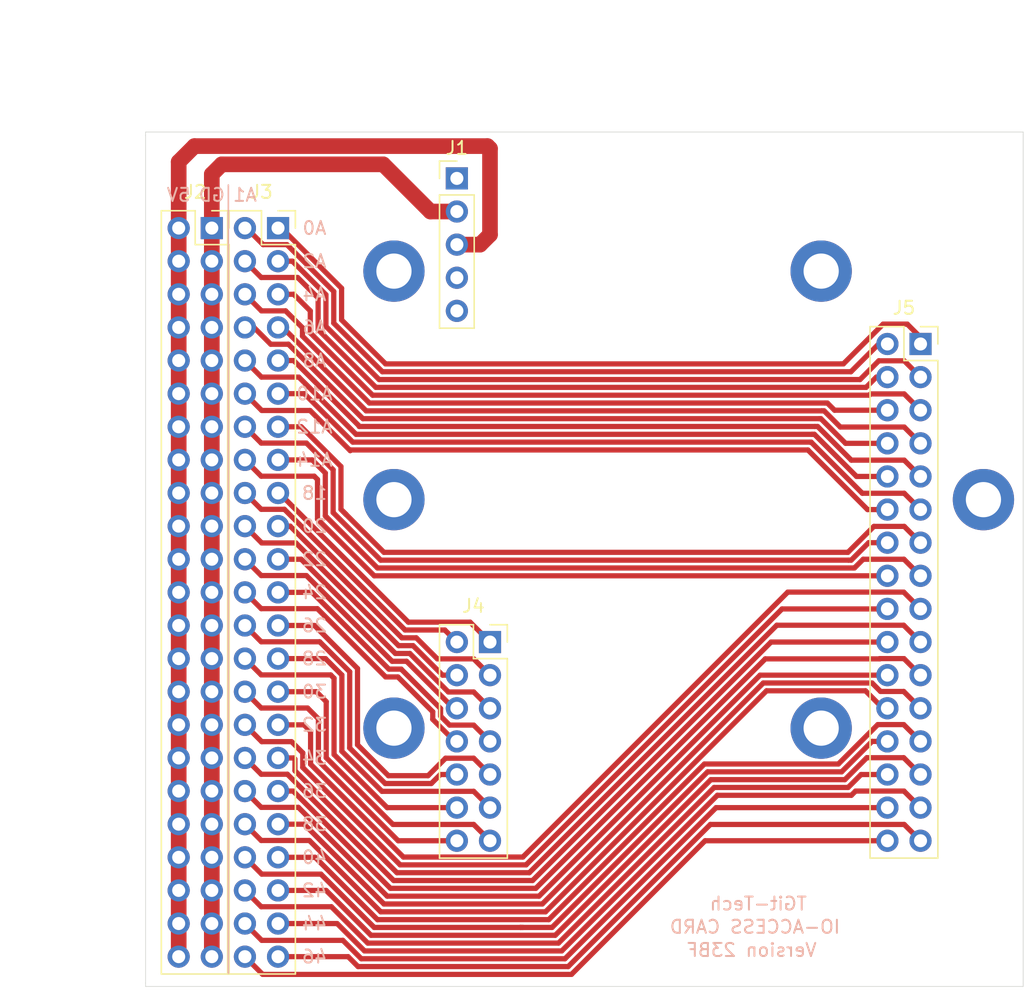
<source format=kicad_pcb>
(kicad_pcb (version 20221018) (generator pcbnew)
  (layers (0 "F.Cu" signal) (31 "B.Cu" signal) (34 "B.Paste" user) (35 "F.Paste" user) (36 "B.SilkS" user "B.Silkscreen") (37 "F.SilkS" user "F.Silkscreen") (38 "B.Mask" user) (39 "F.Mask" user) (44 "Edge.Cuts" user))
  (net 0 "")
  (net 1 "/D45")
  (net 2 "/D33")
  (net 3 "/A13")
  (net 4 "/A11")
  (net 5 "/A9")
  (net 6 "/A7")
  (net 7 "/A5")
  (net 8 "/A3")
  (net 9 "/GND")
  (net 10 "/5V")
  (net 11 "/A0")
  (net 12 "/A1")
  (net 13 "/A2")
  (net 14 "/A4")
  (net 15 "/A6")
  (net 16 "/A8")
  (net 17 "/A10")
  (net 18 "/A12")
  (net 19 "/A14")
  (net 20 "/A15")
  (net 21 "/D32")
  (net 22 "/D34")
  (net 23 "/D35")
  (net 24 "/D36")
  (net 25 "/D37")
  (net 26 "/D38")
  (net 27 "/D39")
  (net 28 "Net-(J1-Pad1)")
  (net 29 "Net-(J1-Pad4)")
  (net 30 "Net-(J1-Pad5)")
  (net 31 "/D31")
  (net 32 "/D30")
  (net 33 "/D29")
  (net 34 "/D28")
  (net 35 "/D27")
  (net 36 "/D26")
  (net 37 "/D25")
  (net 38 "/D24")
  (net 39 "/D23")
  (net 40 "/D22")
  (net 41 "/D21")
  (net 42 "/D20")
  (net 43 "/D19")
  (net 44 "/D18")
  (net 45 "/D47")
  (net 46 "/D46")
  (net 47 "/D44")
  (net 48 "/D43")
  (net 49 "/D42")
  (net 50 "/D41")
  (net 51 "/D40")
  (footprint "MountingHole:MountingHole_2.7mm_M2.5_DIN965_Pad" (layer "F.Cu") (at 130.81 74.676)
    (fp_text reference "REF**" hide)
    (fp_text value "BR")
  )
  (footprint "Connector_PinHeader_2.54mm:PinHeader_1x05_P2.54mm_Vertical" (layer "F.Cu") (at 135.636 32.512)
    (fp_text reference "J1")
    (fp_text value "Conn_01x05")
  )
  (footprint "Connector_PinSocket_2.54mm:PinSocket_2x16_P2.54mm_Vertical" (layer "F.Cu") (at 171.196 45.212)
    (fp_text reference "J5")
    (fp_text value "Conn_02x16_Odd_Even")
  )
  (footprint "Connector_PinSocket_2.54mm:PinSocket_2x23_P2.54mm_Vertical" (layer "F.Cu") (at 121.92 36.322)
    (fp_text reference "J3")
    (fp_text value "Conn_02x23_Odd_Even")
  )
  (footprint "Connector_PinSocket_2.54mm:PinSocket_2x23_P2.54mm_Vertical" (layer "F.Cu") (at 116.84 36.322)
    (fp_text reference "J2")
    (fp_text value "Conn_02x23_Odd_Even")
  )
  (footprint "Connector_PinSocket_2.54mm:PinSocket_2x07_P2.54mm_Vertical" (layer "F.Cu") (at 138.176 68.072)
    (fp_text reference "J4")
    (fp_text value "Conn_02x07_Odd_Even")
  )
  (footprint "MountingHole:MountingHole_2.7mm_M2.5_DIN965_Pad" (layer "F.Cu") (at 130.81 57.15)
    (fp_text reference "REF**" hide)
    (fp_text value "BR")
  )
  (footprint "MountingHole:MountingHole_2.7mm_M2.5_DIN965_Pad" (layer "F.Cu") (at 130.81 39.624)
    (fp_text reference "REF**" hide)
    (fp_text value "BR")
  )
  (footprint "MountingHole:MountingHole_2.7mm_M2.5_DIN965_Pad" (layer "F.Cu") (at 163.576 74.676)
    (fp_text reference "REF**" hide)
    (fp_text value "BR")
  )
  (footprint "MountingHole:MountingHole_2.7mm_M2.5_DIN965_Pad" (layer "F.Cu") (at 176.022 57.15)
    (fp_text reference "REF**" hide)
    (fp_text value "BR")
  )
  (footprint "MountingHole:MountingHole_2.7mm_M2.5_DIN965_Pad" (layer "F.Cu") (at 163.576 39.624)
    (fp_text reference "REF**" hide)
    (fp_text value "BR")
  )
  (gr_line (start 118.11 33.02) (end 118.11 93.472) (stroke (width 0.12)) (layer "B.SilkS"))
  (gr_line (start 111.76 28.956) (end 179.07 28.956) (stroke (width 0.05)) (layer "Edge.Cuts"))
  (gr_line (start 111.76 94.488) (end 179.07 94.488) (stroke (width 0.05)) (layer "Edge.Cuts"))
  (gr_line (start 111.76 29.21) (end 111.76 28.956) (stroke (width 0.05)) (layer "Edge.Cuts"))
  (gr_line (start 111.76 29.21) (end 111.76 94.234) (stroke (width 0.05)) (layer "Edge.Cuts"))
  (gr_line (start 179.07 28.956) (end 179.07 94.488) (stroke (width 0.05)) (layer "Edge.Cuts"))
  (gr_line (start 111.76 94.234) (end 111.76 94.488) (stroke (width 0.05)) (layer "Edge.Cuts"))
  (gr_text "5V" (at 114.3 33.782) (layer "B.SilkS") (effects (font (size 1 1)) (justify mirror)))
  (gr_text "TGit-Tech" (at 158.75 88.138) (layer "B.SilkS") (effects (font (size 1 1)) (justify mirror)))
  (gr_text "34" (at 124.714 76.962) (layer "B.SilkS") (effects (font (size 1 1)) (justify mirror)))
  (gr_text "26" (at 124.714 66.802) (layer "B.SilkS") (effects (font (size 1 1)) (justify mirror)))
  (gr_text "Version 23BF" (at 158.242 91.694) (layer "B.SilkS") (effects (font (size 1 1)) (justify mirror)))
  (gr_text "20" (at 124.714 59.182) (layer "B.SilkS") (effects (font (size 1 1)) (justify mirror)))
  (gr_text "42" (at 124.714 87.122) (layer "B.SilkS") (effects (font (size 1 1)) (justify mirror)))
  (gr_text "A14" (at 124.714 54.102) (layer "B.SilkS") (effects (font (size 1 1)) (justify mirror)))
  (gr_text "GD" (at 116.84 33.782) (layer "B.SilkS") (effects (font (size 1 1)) (justify mirror)))
  (gr_text "36" (at 124.714 79.502) (layer "B.SilkS") (effects (font (size 1 1)) (justify mirror)))
  (gr_text "A2" (at 124.714 38.862) (layer "B.SilkS") (effects (font (size 1 1)) (justify mirror)))
  (gr_text "28" (at 124.714 69.342) (layer "B.SilkS") (effects (font (size 1 1)) (justify mirror)))
  (gr_text "IO-ACCESS CARD" (at 158.496 89.916) (layer "B.SilkS") (effects (font (size 1 1)) (justify mirror)))
  (gr_text "A4" (at 124.714 41.402) (layer "B.SilkS") (effects (font (size 1 1)) (justify mirror)))
  (gr_text "30" (at 124.714 71.882) (layer "B.SilkS") (effects (font (size 1 1)) (justify mirror)))
  (gr_text "A12" (at 124.714 51.562) (layer "B.SilkS") (effects (font (size 1 1)) (justify mirror)))
  (gr_text "A0" (at 124.714 36.322) (layer "B.SilkS") (effects (font (size 1 1)) (justify mirror)))
  (gr_text "40" (at 124.714 84.582) (layer "B.SilkS") (effects (font (size 1 1)) (justify mirror)))
  (gr_text "32" (at 124.714 74.422) (layer "B.SilkS") (effects (font (size 1 1)) (justify mirror)))
  (gr_text "A8" (at 124.714 46.482) (layer "B.SilkS") (effects (font (size 1 1)) (justify mirror)))
  (gr_text "38" (at 124.714 82.042) (layer "B.SilkS") (effects (font (size 1 1)) (justify mirror)))
  (gr_text "44" (at 124.714 89.662) (layer "B.SilkS") (effects (font (size 1 1)) (justify mirror)))
  (gr_text "18" (at 124.714 56.642) (layer "B.SilkS") (effects (font (size 1 1)) (justify mirror)))
  (gr_text "46" (at 124.714 92.202) (layer "B.SilkS") (effects (font (size 1 1)) (justify mirror)))
  (gr_text "A1" (at 119.38 33.782) (layer "B.SilkS") (effects (font (size 1 1)) (justify mirror)))
  (gr_text "24" (at 124.714 64.262) (layer "B.SilkS") (effects (font (size 1 1)) (justify mirror)))
  (gr_text "22" (at 124.714 61.722) (layer "B.SilkS") (effects (font (size 1 1)) (justify mirror)))
  (gr_text "A6" (at 124.714 43.942) (layer "B.SilkS") (effects (font (size 1 1)) (justify mirror)))
  (gr_text "A10" (at 124.714 49.022) (layer "B.SilkS") (effects (font (size 1 1)) (justify mirror)))
  (segment (start 126.893699 90.951999) (end 120.669999 90.951999) (width 0.4) (layer "F.Cu") (net 1))
  (segment (start 128.303831 92.362131) (end 126.893699 90.951999) (width 0.4) (layer "F.Cu") (net 1))
  (segment (start 120.669999 90.951999) (end 119.38 89.662) (width 0.4) (layer "F.Cu") (net 1))
  (segment (start 143.926917 92.362131) (end 128.303831 92.362131) (width 0.4) (layer "F.Cu") (net 1))
  (segment (start 155.517048 80.772) (end 168.656 80.772) (width 0.4) (layer "F.Cu") (net 1))
  (segment (start 155.517048 80.772) (end 143.926917 92.362131) (width 0.4) (layer "F.Cu") (net 1))
  (segment (start 140.944533 85.162011) (end 131.286215 85.162011) (width 0.4) (layer "F.Cu") (net 2))
  (segment (start 131.286215 85.162011) (end 123.815937 77.691733) (width 0.4) (layer "F.Cu") (net 2))
  (segment (start 122.955999 75.711999) (end 120.669999 75.711999) (width 0.4) (layer "F.Cu") (net 2))
  (segment (start 160.574544 65.532) (end 140.944533 85.162011) (width 0.4) (layer "F.Cu") (net 2))
  (segment (start 123.815936 76.571936) (end 122.955999 75.711999) (width 0.4) (layer "F.Cu") (net 2))
  (segment (start 160.574544 65.532) (end 168.656 65.532) (width 0.4) (layer "F.Cu") (net 2))
  (segment (start 120.669999 75.711999) (end 119.38 74.422) (width 0.4) (layer "F.Cu") (net 2))
  (segment (start 123.815937 77.691733) (end 123.815936 76.571936) (width 0.4) (layer "F.Cu") (net 2))
  (segment (start 126.14599 58.143654) (end 126.203168 58.200832) (width 0.4) (layer "F.Cu") (net 3))
  (segment (start 165.878562 61.79198) (end 165.67798 61.79198) (width 0.4) (layer "F.Cu") (net 3))
  (segment (start 119.38 51.562) (end 120.630001 52.812001) (width 0.4) (layer "F.Cu") (net 3))
  (segment (start 124.099459 52.812001) (end 126.14599 54.858532) (width 0.4) (layer "F.Cu") (net 3))
  (segment (start 167.218542 60.452) (end 165.878562 61.79198) (width 0.4) (layer "F.Cu") (net 3))
  (segment (start 169.164 60.452) (end 168.656 60.452) (width 0.4) (layer "F.Cu") (net 3))
  (segment (start 129.794316 61.79198) (end 126.203168 58.200832) (width 0.4) (layer "F.Cu") (net 3))
  (segment (start 120.630001 52.812001) (end 124.099459 52.812001) (width 0.4) (layer "F.Cu") (net 3))
  (segment (start 165.67798 61.79198) (end 129.794316 61.79198) (width 0.4) (layer "F.Cu") (net 3))
  (segment (start 168.656 60.452) (end 167.218542 60.452) (width 0.4) (layer "F.Cu") (net 3))
  (segment (start 126.14599 54.858532) (end 126.14599 58.143654) (width 0.4) (layer "F.Cu") (net 3))
  (segment (start 167.132 57.912) (end 162.56 53.34) (width 0.4) (layer "F.Cu") (net 4))
  (segment (start 127.508 53.34) (end 162.56 53.34) (width 0.4) (layer "F.Cu") (net 4))
  (segment (start 124.376579 50.311999) (end 127.45629 53.39171) (width 0.4) (layer "F.Cu") (net 4))
  (segment (start 127.45629 53.39171) (end 127.508 53.34) (width 0.4) (layer "F.Cu") (net 4))
  (segment (start 119.38 49.022) (end 120.669999 50.311999) (width 0.4) (layer "F.Cu") (net 4))
  (segment (start 120.669999 50.311999) (end 124.376579 50.311999) (width 0.4) (layer "F.Cu") (net 4))
  (segment (start 168.823458 57.912) (end 169.164 57.912) (width 0.4) (layer "F.Cu") (net 4))
  (segment (start 168.656 57.912) (end 167.132 57.912) (width 0.4) (layer "F.Cu") (net 4))
  (segment (start 123.513664 47.752) (end 120.65 47.752) (width 0.4) (layer "F.Cu") (net 5))
  (segment (start 166.289084 55.372) (end 163.057064 52.13998) (width 0.4) (layer "F.Cu") (net 5))
  (segment (start 169.164 55.372) (end 169.164 55.118) (width 0.4) (layer "F.Cu") (net 5))
  (segment (start 168.656 55.372) (end 166.289084 55.372) (width 0.4) (layer "F.Cu") (net 5))
  (segment (start 120.65 47.752) (end 119.38 46.482) (width 0.4) (layer "F.Cu") (net 5))
  (segment (start 162.88398 52.13998) (end 127.901644 52.13998) (width 0.4) (layer "F.Cu") (net 5))
  (segment (start 163.057064 52.13998) (end 162.88398 52.13998) (width 0.4) (layer "F.Cu") (net 5))
  (segment (start 127.901644 52.13998) (end 123.513664 47.752) (width 0.4) (layer "F.Cu") (net 5))
  (segment (start 120.069998 43.942) (end 121.359997 45.231999) (width 0.4) (layer "F.Cu") (net 6))
  (segment (start 122.720622 45.231999) (end 122.701999 45.231999) (width 0.4) (layer "F.Cu") (net 6))
  (segment (start 165.446168 52.832) (end 163.554128 50.93996) (width 0.4) (layer "F.Cu") (net 6))
  (segment (start 121.359997 45.231999) (end 122.701999 45.231999) (width 0.4) (layer "F.Cu") (net 6))
  (segment (start 119.38 43.942) (end 120.069998 43.942) (width 0.4) (layer "F.Cu") (net 6))
  (segment (start 169.164 52.832) (end 168.494168 52.832) (width 0.4) (layer "F.Cu") (net 6))
  (segment (start 163.554128 50.93996) (end 163.43604 50.93996) (width 0.4) (layer "F.Cu") (net 6))
  (segment (start 128.428583 50.93996) (end 122.720622 45.231999) (width 0.4) (layer "F.Cu") (net 6))
  (segment (start 168.656 52.832) (end 165.446168 52.832) (width 0.4) (layer "F.Cu") (net 6))
  (segment (start 163.43604 50.93996) (end 128.428583 50.93996) (width 0.4) (layer "F.Cu") (net 6))
  (segment (start 123.793853 44.608146) (end 123.793853 43.965851) (width 0.4) (layer "F.Cu") (net 7))
  (segment (start 164.051192 49.73994) (end 163.87406 49.73994) (width 0.4) (layer "F.Cu") (net 7))
  (segment (start 123.793853 43.965851) (end 122.500002 42.672) (width 0.4) (layer "F.Cu") (net 7))
  (segment (start 120.65 42.672) (end 119.38 41.402) (width 0.4) (layer "F.Cu") (net 7))
  (segment (start 163.87406 49.73994) (end 128.925647 49.73994) (width 0.4) (layer "F.Cu") (net 7))
  (segment (start 168.656 50.292) (end 164.603252 50.292) (width 0.4) (layer "F.Cu") (net 7))
  (segment (start 122.500002 42.672) (end 120.65 42.672) (width 0.4) (layer "F.Cu") (net 7))
  (segment (start 128.925647 49.73994) (end 123.793853 44.608146) (width 0.4) (layer "F.Cu") (net 7))
  (segment (start 164.603252 50.292) (end 164.051192 49.73994) (width 0.4) (layer "F.Cu") (net 7))
  (segment (start 123.424001 40.112001) (end 120.630001 40.112001) (width 0.4) (layer "F.Cu") (net 8))
  (segment (start 168.656 47.752) (end 167.807458 47.752) (width 0.4) (layer "F.Cu") (net 8))
  (segment (start 129.422711 48.53992) (end 124.993873 44.111082) (width 0.4) (layer "F.Cu") (net 8))
  (segment (start 167.807458 47.752) (end 167.019538 48.53992) (width 0.4) (layer "F.Cu") (net 8))
  (segment (start 120.630001 40.112001) (end 119.38 38.862) (width 0.4) (layer "F.Cu") (net 8))
  (segment (start 124.993873 41.681873) (end 123.424001 40.112001) (width 0.4) (layer "F.Cu") (net 8))
  (segment (start 167.019538 48.53992) (end 129.422711 48.53992) (width 0.4) (layer "F.Cu") (net 8))
  (segment (start 124.993873 44.111082) (end 124.993873 41.681873) (width 0.4) (layer "F.Cu") (net 8))
  (segment (start 116.84 66.802) (end 116.84 69.342) (width 1.2) (layer "F.Cu") (net 9))
  (segment (start 116.84 41.402) (end 116.84 43.942) (width 1.2) (layer "F.Cu") (net 9))
  (segment (start 116.84 69.342) (end 116.84 71.882) (width 1.2) (layer "F.Cu") (net 9))
  (segment (start 116.84 56.642) (end 116.84 59.182) (width 1.2) (layer "F.Cu") (net 9))
  (segment (start 129.98702 31.43502) (end 133.604 35.052) (width 1.2) (layer "F.Cu") (net 9))
  (segment (start 116.84 64.262) (end 116.84 66.802) (width 1.2) (layer "F.Cu") (net 9))
  (segment (start 116.84 84.582) (end 116.84 87.122) (width 1.2) (layer "F.Cu") (net 9))
  (segment (start 116.84 59.182) (end 116.84 61.722) (width 1.2) (layer "F.Cu") (net 9))
  (segment (start 117.602 31.43502) (end 129.98702 31.43502) (width 1.2) (layer "F.Cu") (net 9))
  (segment (start 116.84 49.022) (end 116.84 51.562) (width 1.2) (layer "F.Cu") (net 9))
  (segment (start 116.84 36.322) (end 116.84 32.19702) (width 1.2) (layer "F.Cu") (net 9))
  (segment (start 116.84 32.19702) (end 117.602 31.43502) (width 1.2) (layer "F.Cu") (net 9))
  (segment (start 116.84 82.042) (end 116.84 84.582) (width 1.2) (layer "F.Cu") (net 9))
  (segment (start 116.84 54.102) (end 116.84 56.642) (width 1.2) (layer "F.Cu") (net 9))
  (segment (start 116.84 76.962) (end 116.84 79.502) (width 1.2) (layer "F.Cu") (net 9))
  (segment (start 133.604 35.052) (end 135.636 35.052) (width 1.2) (layer "F.Cu") (net 9))
  (segment (start 116.84 51.562) (end 116.84 54.102) (width 1.2) (layer "F.Cu") (net 9))
  (segment (start 116.84 61.722) (end 116.84 64.262) (width 1.2) (layer "F.Cu") (net 9))
  (segment (start 116.84 87.122) (end 116.84 89.662) (width 1.2) (layer "F.Cu") (net 9))
  (segment (start 116.84 36.322) (end 116.84 38.862) (width 1.2) (layer "F.Cu") (net 9))
  (segment (start 116.84 38.862) (end 116.84 41.402) (width 1.2) (layer "F.Cu") (net 9))
  (segment (start 116.84 89.662) (end 116.84 92.202) (width 1.2) (layer "F.Cu") (net 9))
  (segment (start 116.84 71.882) (end 116.84 74.422) (width 1.2) (layer "F.Cu") (net 9))
  (segment (start 116.84 43.942) (end 116.84 46.482) (width 1.2) (layer "F.Cu") (net 9))
  (segment (start 116.84 46.482) (end 116.84 49.022) (width 1.2) (layer "F.Cu") (net 9))
  (segment (start 116.84 79.502) (end 116.84 82.042) (width 1.2) (layer "F.Cu") (net 9))
  (segment (start 116.84 74.422) (end 116.84 76.962) (width 1.2) (layer "F.Cu") (net 9))
  (segment (start 138.176 30.226) (end 138.176 36.83) (width 1.2) (layer "F.Cu") (net 10))
  (segment (start 114.3 43.942) (end 114.3 46.482) (width 1.2) (layer "F.Cu") (net 10))
  (segment (start 114.3 82.042) (end 114.3 84.582) (width 1.2) (layer "F.Cu") (net 10))
  (segment (start 114.3 74.422) (end 114.3 76.962) (width 1.2) (layer "F.Cu") (net 10))
  (segment (start 114.3 89.662) (end 114.3 92.202) (width 1.2) (layer "F.Cu") (net 10))
  (segment (start 114.3 54.102) (end 114.3 56.642) (width 1.2) (layer "F.Cu") (net 10))
  (segment (start 137.414 37.592) (end 135.636 37.592) (width 1.2) (layer "F.Cu") (net 10))
  (segment (start 114.3 64.262) (end 114.3 66.802) (width 1.2) (layer "F.Cu") (net 10))
  (segment (start 114.3 46.482) (end 114.3 49.022) (width 1.2) (layer "F.Cu") (net 10))
  (segment (start 114.3 79.502) (end 114.3 82.042) (width 1.2) (layer "F.Cu") (net 10))
  (segment (start 114.3 31.242) (end 115.50699 30.03501) (width 1.2) (layer "F.Cu") (net 10))
  (segment (start 114.3 36.322) (end 114.3 38.862) (width 1.2) (layer "F.Cu") (net 10))
  (segment (start 114.3 51.562) (end 114.3 54.102) (width 1.2) (layer "F.Cu") (net 10))
  (segment (start 114.3 41.402) (end 114.3 43.942) (width 1.2) (layer "F.Cu") (net 10))
  (segment (start 114.3 49.022) (end 114.3 51.562) (width 1.2) (layer "F.Cu") (net 10))
  (segment (start 114.3 61.722) (end 114.3 64.262) (width 1.2) (layer "F.Cu") (net 10))
  (segment (start 114.3 56.642) (end 114.3 59.182) (width 1.2) (layer "F.Cu") (net 10))
  (segment (start 114.3 69.342) (end 114.3 71.882) (width 1.2) (layer "F.Cu") (net 10))
  (segment (start 114.3 84.582) (end 114.3 87.122) (width 1.2) (layer "F.Cu") (net 10))
  (segment (start 115.50699 30.03501) (end 137.98501 30.03501) (width 1.2) (layer "F.Cu") (net 10))
  (segment (start 114.3 87.122) (end 114.3 89.662) (width 1.2) (layer "F.Cu") (net 10))
  (segment (start 114.3 71.882) (end 114.3 74.422) (width 1.2) (layer "F.Cu") (net 10))
  (segment (start 137.98501 30.03501) (end 138.176 30.226) (width 1.2) (layer "F.Cu") (net 10))
  (segment (start 114.3 59.182) (end 114.3 61.722) (width 1.2) (layer "F.Cu") (net 10))
  (segment (start 114.3 38.862) (end 114.3 41.402) (width 1.2) (layer "F.Cu") (net 10))
  (segment (start 114.3 36.322) (end 114.3 31.242) (width 1.2) (layer "F.Cu") (net 10))
  (segment (start 114.3 66.802) (end 114.3 69.342) (width 1.2) (layer "F.Cu") (net 10))
  (segment (start 138.176 36.83) (end 137.414 37.592) (width 1.2) (layer "F.Cu") (net 10))
  (segment (start 114.3 76.962) (end 114.3 79.502) (width 1.2) (layer "F.Cu") (net 10))
  (segment (start 168.329998 43.688) (end 165.278108 46.73989) (width 0.4) (layer "F.Cu") (net 11))
  (segment (start 121.92 36.322) (end 122.179626 36.322) (width 0.4) (layer "F.Cu") (net 11))
  (segment (start 171.196 45.212) (end 171.196 44.704) (width 0.4) (layer "F.Cu") (net 11))
  (segment (start 171.196 44.704) (end 170.18 43.688) (width 0.4) (layer "F.Cu") (net 11))
  (segment (start 130.168307 46.73989) (end 165.10389 46.73989) (width 0.4) (layer "F.Cu") (net 11))
  (segment (start 170.18 43.688) (end 168.329998 43.688) (width 0.4) (layer "F.Cu") (net 11))
  (segment (start 165.278108 46.73989) (end 165.10389 46.73989) (width 0.4) (layer "F.Cu") (net 11))
  (segment (start 126.793901 40.936277) (end 126.793901 43.365484) (width 0.4) (layer "F.Cu") (net 11))
  (segment (start 122.179626 36.322) (end 126.793901 40.936277) (width 0.4) (layer "F.Cu") (net 11))
  (segment (start 126.793901 43.365484) (end 130.168307 46.73989) (width 0.4) (layer "F.Cu") (net 11))
  (segment (start 167.988322 45.212) (end 165.860422 47.3399) (width 0.4) (layer "F.Cu") (net 12))
  (segment (start 120.769998 37.592) (end 119.499998 36.322) (width 0.4) (layer "F.Cu") (net 12))
  (segment (start 169.164 45.212) (end 168.650374 45.212) (width 0.4) (layer "F.Cu") (net 12))
  (segment (start 168.656 45.212) (end 167.988322 45.212) (width 0.4) (layer "F.Cu") (net 12))
  (segment (start 165.860422 47.3399) (end 129.919775 47.3399) (width 0.4) (layer "F.Cu") (net 12))
  (segment (start 126.193892 41.184808) (end 122.601084 37.592) (width 0.4) (layer "F.Cu") (net 12))
  (segment (start 122.601084 37.592) (end 120.769998 37.592) (width 0.4) (layer "F.Cu") (net 12))
  (segment (start 119.499998 36.322) (end 119.38 36.322) (width 0.4) (layer "F.Cu") (net 12))
  (segment (start 129.919775 47.3399) (end 126.193893 43.614018) (width 0.4) (layer "F.Cu") (net 12))
  (segment (start 126.193893 43.614018) (end 126.193892 41.184808) (width 0.4) (layer "F.Cu") (net 12))
  (segment (start 129.671243 47.93991) (end 166.55791 47.93991) (width 0.4) (layer "F.Cu") (net 13))
  (segment (start 125.593883 41.433341) (end 125.593883 43.86255) (width 0.4) (layer "F.Cu") (net 13))
  (segment (start 167.995821 46.501999) (end 166.55791 47.93991) (width 0.4) (layer "F.Cu") (net 13))
  (segment (start 171.196 47.752) (end 169.945999 46.501999) (width 0.4) (layer "F.Cu") (net 13))
  (segment (start 125.593883 43.86255) (end 129.671243 47.93991) (width 0.4) (layer "F.Cu") (net 13))
  (segment (start 123.022542 38.862) (end 125.593883 41.433341) (width 0.4) (layer "F.Cu") (net 13))
  (segment (start 169.945999 46.501999) (end 167.995821 46.501999) (width 0.4) (layer "F.Cu") (net 13))
  (segment (start 121.92 38.862) (end 123.022542 38.862) (width 0.4) (layer "F.Cu") (net 13))
  (segment (start 167.366001 49.041999) (end 167.26807 49.13993) (width 0.4) (layer "F.Cu") (net 14))
  (segment (start 169.945999 49.041999) (end 167.366001 49.041999) (width 0.4) (layer "F.Cu") (net 14))
  (segment (start 123.122081 41.402) (end 121.92 41.402) (width 0.4) (layer "F.Cu") (net 14))
  (segment (start 171.014002 50.292) (end 171.704 50.292) (width 0.4) (layer "F.Cu") (net 14))
  (segment (start 124.393863 42.673782) (end 123.122081 41.402) (width 0.4) (layer "F.Cu") (net 14))
  (segment (start 129.174179 49.13993) (end 124.393863 44.359614) (width 0.4) (layer "F.Cu") (net 14))
  (segment (start 171.196 50.292) (end 169.945999 49.041999) (width 0.4) (layer "F.Cu") (net 14))
  (segment (start 167.26807 49.13993) (end 129.174179 49.13993) (width 0.4) (layer "F.Cu") (net 14))
  (segment (start 124.393863 44.359614) (end 124.393863 42.673782) (width 0.4) (layer "F.Cu") (net 14))
  (segment (start 122.279165 43.942) (end 121.92 43.942) (width 0.4) (layer "F.Cu") (net 15))
  (segment (start 128.677115 50.33995) (end 122.279165 43.942) (width 0.4) (layer "F.Cu") (net 15))
  (segment (start 171.196 52.832) (end 169.945999 51.581999) (width 0.4) (layer "F.Cu") (net 15))
  (segment (start 121.92 43.942) (end 122.24929 43.942) (width 0.4) (layer "F.Cu") (net 15))
  (segment (start 163.80266 50.33995) (end 163.62395 50.33995) (width 0.4) (layer "F.Cu") (net 15))
  (segment (start 163.62395 50.33995) (end 128.677115 50.33995) (width 0.4) (layer "F.Cu") (net 15))
  (segment (start 165.044709 51.581999) (end 163.80266 50.33995) (width 0.4) (layer "F.Cu") (net 15))
  (segment (start 169.945999 51.581999) (end 165.044709 51.581999) (width 0.4) (layer "F.Cu") (net 15))
  (segment (start 128.150176 51.53997) (end 128.150176 51.510095) (width 0.4) (layer "F.Cu") (net 16))
  (segment (start 123.122081 46.482) (end 121.92 46.482) (width 0.4) (layer "F.Cu") (net 16))
  (segment (start 163.305596 51.53997) (end 163.09003 51.53997) (width 0.4) (layer "F.Cu") (net 16))
  (segment (start 163.09003 51.53997) (end 128.150176 51.53997) (width 0.4) (layer "F.Cu") (net 16))
  (segment (start 128.150176 51.510095) (end 123.122081 46.482) (width 0.4) (layer "F.Cu") (net 16))
  (segment (start 169.945999 54.121999) (end 165.887625 54.121999) (width 0.4) (layer "F.Cu") (net 16))
  (segment (start 165.887625 54.121999) (end 163.305596 51.53997) (width 0.4) (layer "F.Cu") (net 16))
  (segment (start 171.196 55.372) (end 169.945999 54.121999) (width 0.4) (layer "F.Cu") (net 16))
  (segment (start 166.730541 56.661999) (end 162.808532 52.73999) (width 0.4) (layer "F.Cu") (net 17))
  (segment (start 171.196 57.912) (end 169.945999 56.661999) (width 0.4) (layer "F.Cu") (net 17))
  (segment (start 127.653112 52.73999) (end 162.72199 52.73999) (width 0.4) (layer "F.Cu") (net 17))
  (segment (start 162.808532 52.73999) (end 162.72199 52.73999) (width 0.4) (layer "F.Cu") (net 17))
  (segment (start 121.92 49.022) (end 123.935122 49.022) (width 0.4) (layer "F.Cu") (net 17))
  (segment (start 123.935122 49.022) (end 127.653112 52.73999) (width 0.4) (layer "F.Cu") (net 17))
  (segment (start 169.945999 56.661999) (end 166.730541 56.661999) (width 0.4) (layer "F.Cu") (net 17))
  (segment (start 130.042848 61.19197) (end 165.58597 61.19197) (width 0.4) (layer "F.Cu") (net 18))
  (segment (start 121.92 51.562) (end 123.698 51.562) (width 0.4) (layer "F.Cu") (net 18))
  (segment (start 126.746 57.895122) (end 127.135439 58.284561) (width 0.4) (layer "F.Cu") (net 18))
  (segment (start 171.196 60.452) (end 169.945999 59.201999) (width 0.4) (layer "F.Cu") (net 18))
  (segment (start 123.698 51.562) (end 126.746 54.61) (width 0.4) (layer "F.Cu") (net 18))
  (segment (start 165.63003 61.19197) (end 165.58597 61.19197) (width 0.4) (layer "F.Cu") (net 18))
  (segment (start 126.746 54.61) (end 126.746 57.895122) (width 0.4) (layer "F.Cu") (net 18))
  (segment (start 167.620001 59.201999) (end 165.63003 61.19197) (width 0.4) (layer "F.Cu") (net 18))
  (segment (start 127.135439 58.284561) (end 130.042848 61.19197) (width 0.4) (layer "F.Cu") (net 18))
  (segment (start 169.945999 59.201999) (end 167.620001 59.201999) (width 0.4) (layer "F.Cu") (net 18))
  (segment (start 126.881439 58.030561) (end 127.135439 58.284561) (width 0.4) (layer "F.Cu") (net 18))
  (segment (start 121.92 51.562) (end 122.078544 51.562) (width 0.4) (layer "F.Cu") (net 18))
  (segment (start 125.651897 58.498103) (end 129.545784 62.39199) (width 0.4) (layer "F.Cu") (net 19))
  (segment (start 166.127094 62.39199) (end 166.02399 62.39199) (width 0.4) (layer "F.Cu") (net 19))
  (segment (start 166.797084 61.722) (end 166.127094 62.39199) (width 0.4) (layer "F.Cu") (net 19))
  (segment (start 124.540916 54.102) (end 125.54598 55.107064) (width 0.4) (layer "F.Cu") (net 19))
  (segment (start 169.926 61.722) (end 166.797084 61.722) (width 0.4) (layer "F.Cu") (net 19))
  (segment (start 125.54598 55.107064) (end 125.54598 58.392186) (width 0.4) (layer "F.Cu") (net 19))
  (segment (start 171.196 62.992) (end 169.926 61.722) (width 0.4) (layer "F.Cu") (net 19))
  (segment (start 125.54598 58.392186) (end 125.651897 58.498103) (width 0.4) (layer "F.Cu") (net 19))
  (segment (start 121.92 54.102) (end 124.540916 54.102) (width 0.4) (layer "F.Cu") (net 19))
  (segment (start 129.545784 62.39199) (end 166.02399 62.39199) (width 0.4) (layer "F.Cu") (net 19))
  (segment (start 124.94597 55.60397) (end 124.94597 58.640718) (width 0.4) (layer "F.Cu") (net 20))
  (segment (start 124.94597 58.640718) (end 129.297252 62.992) (width 0.4) (layer "F.Cu") (net 20))
  (segment (start 119.38 54.102) (end 120.630001 55.352001) (width 0.4) (layer "F.Cu") (net 20))
  (segment (start 124.694001 55.352001) (end 124.94597 55.60397) (width 0.4) (layer "F.Cu") (net 20))
  (segment (start 129.297252 62.992) (end 168.656 62.992) (width 0.4) (layer "F.Cu") (net 20))
  (segment (start 120.630001 55.352001) (end 124.694001 55.352001) (width 0.4) (layer "F.Cu") (net 20))
  (segment (start 161.016001 64.242001) (end 140.696001 84.562001) (width 0.4) (layer "F.Cu") (net 21))
  (segment (start 124.415946 77.4432) (end 131.534747 84.562001) (width 0.4) (layer "F.Cu") (net 21))
  (segment (start 131.534747 84.562001) (end 140.696001 84.562001) (width 0.4) (layer "F.Cu") (net 21))
  (segment (start 121.92 74.422) (end 123.907945 74.422) (width 0.4) (layer "F.Cu") (net 21))
  (segment (start 121.92 74.422) (end 122.174 74.422) (width 0.4) (layer "F.Cu") (net 21))
  (segment (start 169.906001 64.242001) (end 171.196 65.532) (width 0.4) (layer "F.Cu") (net 21))
  (segment (start 124.415946 74.930001) (end 124.415946 77.4432) (width 0.4) (layer "F.Cu") (net 21))
  (segment (start 123.907945 74.422) (end 124.415946 74.930001) (width 0.4) (layer "F.Cu") (net 21))
  (segment (start 161.016001 64.242001) (end 169.906001 64.242001) (width 0.4) (layer "F.Cu") (net 21))
  (segment (start 160.173085 66.782001) (end 141.193065 85.762021) (width 0.4) (layer "F.Cu") (net 22))
  (segment (start 141.193065 85.762021) (end 131.037683 85.762021) (width 0.4) (layer "F.Cu") (net 22))
  (segment (start 123.122081 76.962) (end 121.92 76.962) (width 0.4) (layer "F.Cu") (net 22))
  (segment (start 160.173085 66.782001) (end 169.906001 66.782001) (width 0.4) (layer "F.Cu") (net 22))
  (segment (start 123.215928 77.055847) (end 123.122081 76.962) (width 0.4) (layer "F.Cu") (net 22))
  (segment (start 123.215928 77.940266) (end 123.215928 77.055847) (width 0.4) (layer "F.Cu") (net 22))
  (segment (start 169.906001 66.782001) (end 171.196 68.072) (width 0.4) (layer "F.Cu") (net 22))
  (segment (start 131.037683 85.762021) (end 123.215928 77.940266) (width 0.4) (layer "F.Cu") (net 22))
  (segment (start 159.731628 68.072) (end 141.441597 86.362031) (width 0.4) (layer "F.Cu") (net 23))
  (segment (start 120.630001 78.212001) (end 119.38 76.962) (width 0.4) (layer "F.Cu") (net 23))
  (segment (start 159.731628 68.072) (end 168.656 68.072) (width 0.4) (layer "F.Cu") (net 23))
  (segment (start 141.441597 86.362031) (end 130.789151 86.362031) (width 0.4) (layer "F.Cu") (net 23))
  (segment (start 122.639121 78.212001) (end 120.630001 78.212001) (width 0.4) (layer "F.Cu") (net 23))
  (segment (start 130.789151 86.362031) (end 122.639121 78.212001) (width 0.4) (layer "F.Cu") (net 23))
  (segment (start 141.690129 86.962041) (end 130.540619 86.962041) (width 0.4) (layer "F.Cu") (net 24))
  (segment (start 159.290171 69.361999) (end 141.690129 86.962041) (width 0.4) (layer "F.Cu") (net 24))
  (segment (start 159.290171 69.361999) (end 168.055999 69.361999) (width 0.4) (layer "F.Cu") (net 24))
  (segment (start 130.540619 86.962041) (end 123.080578 79.502) (width 0.4) (layer "F.Cu") (net 24))
  (segment (start 168.055999 69.361999) (end 168.075998 69.342) (width 0.4) (layer "F.Cu") (net 24))
  (segment (start 123.080578 79.502) (end 121.92 79.502) (width 0.4) (layer "F.Cu") (net 24))
  (segment (start 169.926 69.342) (end 171.196 70.612) (width 0.4) (layer "F.Cu") (net 24))
  (segment (start 168.075998 69.342) (end 169.926 69.342) (width 0.4) (layer "F.Cu") (net 24))
  (segment (start 158.888712 70.612) (end 168.656 70.612) (width 0.4) (layer "F.Cu") (net 25))
  (segment (start 123.482037 80.752001) (end 130.292087 87.562051) (width 0.4) (layer "F.Cu") (net 25))
  (segment (start 120.630001 80.752001) (end 123.482037 80.752001) (width 0.4) (layer "F.Cu") (net 25))
  (segment (start 119.38 79.502) (end 120.630001 80.752001) (width 0.4) (layer "F.Cu") (net 25))
  (segment (start 130.292087 87.562051) (end 141.938661 87.562051) (width 0.4) (layer "F.Cu") (net 25))
  (segment (start 141.938661 87.562051) (end 158.888712 70.612) (width 0.4) (layer "F.Cu") (net 25))
  (segment (start 167.47801 71.21201) (end 168.128001 71.862001) (width 0.4) (layer "F.Cu") (net 26))
  (segment (start 169.906001 71.862001) (end 171.196 73.152) (width 0.4) (layer "F.Cu") (net 26))
  (segment (start 142.187193 88.162061) (end 159.137244 71.21201) (width 0.4) (layer "F.Cu") (net 26))
  (segment (start 123.923494 82.042) (end 130.043555 88.162061) (width 0.4) (layer "F.Cu") (net 26))
  (segment (start 168.128001 71.862001) (end 169.906001 71.862001) (width 0.4) (layer "F.Cu") (net 26))
  (segment (start 159.137244 71.21201) (end 167.47801 71.21201) (width 0.4) (layer "F.Cu") (net 26))
  (segment (start 130.043555 88.162061) (end 142.187193 88.162061) (width 0.4) (layer "F.Cu") (net 26))
  (segment (start 121.92 82.042) (end 123.923494 82.042) (width 0.4) (layer "F.Cu") (net 26))
  (segment (start 168.315458 73.152) (end 168.656 73.152) (width 0.4) (layer "F.Cu") (net 27))
  (segment (start 124.324953 83.292001) (end 120.630001 83.292001) (width 0.4) (layer "F.Cu") (net 27))
  (segment (start 166.975478 71.81202) (end 168.315458 73.152) (width 0.4) (layer "F.Cu") (net 27))
  (segment (start 120.630001 83.292001) (end 119.38 82.042) (width 0.4) (layer "F.Cu") (net 27))
  (segment (start 169.164 73.152) (end 168.91 73.152) (width 0.4) (layer "F.Cu") (net 27))
  (segment (start 142.435725 88.762071) (end 129.795023 88.762071) (width 0.4) (layer "F.Cu") (net 27))
  (segment (start 166.975478 71.81202) (end 159.385776 71.81202) (width 0.4) (layer "F.Cu") (net 27))
  (segment (start 159.385776 71.81202) (end 142.435725 88.762071) (width 0.4) (layer "F.Cu") (net 27))
  (segment (start 129.795023 88.762071) (end 124.324953 83.292001) (width 0.4) (layer "F.Cu") (net 27))
  (segment (start 124.186001 73.132001) (end 125.015954 73.961954) (width 0.4) (layer "F.Cu") (net 31))
  (segment (start 120.630001 73.132001) (end 124.186001 73.132001) (width 0.4) (layer "F.Cu") (net 31))
  (segment (start 125.015955 77.194667) (end 131.133288 83.312) (width 0.4) (layer "F.Cu") (net 31))
  (segment (start 119.38 71.882) (end 120.630001 73.132001) (width 0.4) (layer "F.Cu") (net 31))
  (segment (start 131.133288 83.312) (end 135.636 83.312) (width 0.4) (layer "F.Cu") (net 31))
  (segment (start 125.015954 73.961954) (end 125.015955 77.194667) (width 0.4) (layer "F.Cu") (net 31))
  (segment (start 125.615964 72.644001) (end 124.853963 71.882) (width 0.4) (layer "F.Cu") (net 32))
  (segment (start 130.731829 82.061999) (end 125.615964 76.946134) (width 0.4) (layer "F.Cu") (net 32))
  (segment (start 136.925999 82.061999) (end 130.731829 82.061999) (width 0.4) (layer "F.Cu") (net 32))
  (segment (start 138.176 83.312) (end 136.925999 82.061999) (width 0.4) (layer "F.Cu") (net 32))
  (segment (start 125.615964 76.946134) (end 125.615964 72.644001) (width 0.4) (layer "F.Cu") (net 32))
  (segment (start 124.853963 71.882) (end 121.92 71.882) (width 0.4) (layer "F.Cu") (net 32))
  (segment (start 125.958375 70.592001) (end 120.630001 70.592001) (width 0.4) (layer "F.Cu") (net 33))
  (segment (start 130.290372 80.772) (end 126.215973 76.697601) (width 0.4) (layer "F.Cu") (net 33))
  (segment (start 126.215973 76.697601) (end 126.215972 70.849598) (width 0.4) (layer "F.Cu") (net 33))
  (segment (start 126.215972 70.849598) (end 125.958375 70.592001) (width 0.4) (layer "F.Cu") (net 33))
  (segment (start 120.630001 70.592001) (end 119.38 69.342) (width 0.4) (layer "F.Cu") (net 33))
  (segment (start 135.636 80.772) (end 130.290372 80.772) (width 0.4) (layer "F.Cu") (net 33))
  (segment (start 126.815982 76.449068) (end 126.815982 70.601066) (width 0.4) (layer "F.Cu") (net 34))
  (segment (start 138.176 80.772) (end 136.925999 79.521999) (width 0.4) (layer "F.Cu") (net 34))
  (segment (start 125.556916 69.342) (end 121.92 69.342) (width 0.4) (layer "F.Cu") (net 34))
  (segment (start 136.925999 79.521999) (end 129.888913 79.521999) (width 0.4) (layer "F.Cu") (net 34))
  (segment (start 129.888913 79.521999) (end 126.815982 76.449068) (width 0.4) (layer "F.Cu") (net 34))
  (segment (start 126.815982 70.601066) (end 125.556916 69.342) (width 0.4) (layer "F.Cu") (net 34))
  (segment (start 135.636 78.232) (end 134.366 78.232) (width 0.4) (layer "F.Cu") (net 35))
  (segment (start 133.676011 78.921989) (end 130.137445 78.921989) (width 0.4) (layer "F.Cu") (net 35))
  (segment (start 134.366 78.232) (end 133.676011 78.921989) (width 0.4) (layer "F.Cu") (net 35))
  (segment (start 125.115459 68.052001) (end 120.630001 68.052001) (width 0.4) (layer "F.Cu") (net 35))
  (segment (start 120.630001 68.052001) (end 119.38 66.802) (width 0.4) (layer "F.Cu") (net 35))
  (segment (start 127.41599 70.352532) (end 125.115459 68.052001) (width 0.4) (layer "F.Cu") (net 35))
  (segment (start 127.415991 76.200535) (end 127.41599 70.352532) (width 0.4) (layer "F.Cu") (net 35))
  (segment (start 130.137445 78.921989) (end 127.415991 76.200535) (width 0.4) (layer "F.Cu") (net 35))
  (segment (start 136.925999 76.981999) (end 134.767459 76.981999) (width 0.4) (layer "F.Cu") (net 36))
  (segment (start 128.016 70.104) (end 124.714 66.802) (width 0.4) (layer "F.Cu") (net 36))
  (segment (start 133.427479 78.321979) (end 130.385977 78.321979) (width 0.4) (layer "F.Cu") (net 36))
  (segment (start 121.92 66.802) (end 122.078544 66.802) (width 0.4) (layer "F.Cu") (net 36))
  (segment (start 134.767459 76.981999) (end 133.427479 78.321979) (width 0.4) (layer "F.Cu") (net 36))
  (segment (start 124.714 66.802) (end 121.92 66.802) (width 0.4) (layer "F.Cu") (net 36))
  (segment (start 130.385977 78.321979) (end 128.016 75.952002) (width 0.4) (layer "F.Cu") (net 36))
  (segment (start 128.016 75.952002) (end 128.016 70.104) (width 0.4) (layer "F.Cu") (net 36))
  (segment (start 138.176 78.232) (end 136.925999 76.981999) (width 0.4) (layer "F.Cu") (net 36))
  (segment (start 124.93675 65.512001) (end 130.172815 70.748065) (width 0.4) (layer "F.Cu") (net 37))
  (segment (start 133.785989 73.420531) (end 133.78599 74.000534) (width 0.4) (layer "F.Cu") (net 37))
  (segment (start 130.172815 70.748065) (end 131.113523 70.748065) (width 0.4) (layer "F.Cu") (net 37))
  (segment (start 131.113523 70.748065) (end 133.785989 73.420531) (width 0.4) (layer "F.Cu") (net 37))
  (segment (start 120.630001 65.512001) (end 124.93675 65.512001) (width 0.4) (layer "F.Cu") (net 37))
  (segment (start 119.38 64.262) (end 120.630001 65.512001) (width 0.4) (layer "F.Cu") (net 37))
  (segment (start 133.78599 74.000534) (end 135.477456 75.692) (width 0.4) (layer "F.Cu") (net 37))
  (segment (start 135.477456 75.692) (end 135.636 75.692) (width 0.4) (layer "F.Cu") (net 37))
  (segment (start 130.421347 70.148055) (end 131.362055 70.148055) (width 0.4) (layer "F.Cu") (net 38))
  (segment (start 124.53529 64.262) (end 130.421347 70.148055) (width 0.4) (layer "F.Cu") (net 38))
  (segment (start 136.925999 74.441999) (end 138.176 75.692) (width 0.4) (layer "F.Cu") (net 38))
  (segment (start 135.075997 74.441999) (end 136.925999 74.441999) (width 0.4) (layer "F.Cu") (net 38))
  (segment (start 131.362055 70.148055) (end 134.385999 73.171999) (width 0.4) (layer "F.Cu") (net 38))
  (segment (start 134.385999 73.752001) (end 135.075997 74.441999) (width 0.4) (layer "F.Cu") (net 38))
  (segment (start 121.92 64.262) (end 124.53529 64.262) (width 0.4) (layer "F.Cu") (net 38))
  (segment (start 134.385999 73.171999) (end 134.385999 73.752001) (width 0.4) (layer "F.Cu") (net 38))
  (segment (start 135.636 73.152) (end 135.382 73.152) (width 0.4) (layer "F.Cu") (net 39))
  (segment (start 130.669878 69.548046) (end 124.093833 62.972001) (width 0.4) (layer "F.Cu") (net 39))
  (segment (start 135.382 73.152) (end 131.778047 69.548047) (width 0.4) (layer "F.Cu") (net 39))
  (segment (start 120.630001 62.972001) (end 119.38 61.722) (width 0.4) (layer "F.Cu") (net 39))
  (segment (start 131.778047 69.548047) (end 130.669878 69.548046) (width 0.4) (layer "F.Cu") (net 39))
  (segment (start 124.093833 62.972001) (end 120.630001 62.972001) (width 0.4) (layer "F.Cu") (net 39))
  (segment (start 138.176 73.152) (end 136.925999 71.901999) (width 0.4) (layer "F.Cu") (net 40))
  (segment (start 130.918411 68.948037) (end 123.692374 61.722) (width 0.4) (layer "F.Cu") (net 40))
  (segment (start 136.925999 71.901999) (end 134.980541 71.901999) (width 0.4) (layer "F.Cu") (net 40))
  (segment (start 123.692374 61.722) (end 121.92 61.722) (width 0.4) (layer "F.Cu") (net 40))
  (segment (start 134.980541 71.901999) (end 132.026578 68.948038) (width 0.4) (layer "F.Cu") (net 40))
  (segment (start 132.026578 68.948038) (end 130.91841 68.948037) (width 0.4) (layer "F.Cu") (net 40))
  (segment (start 135.636 70.612) (end 134.539082 70.612) (width 0.4) (layer "F.Cu") (net 41))
  (segment (start 131.166944 68.348028) (end 123.290915 60.471999) (width 0.4) (layer "F.Cu") (net 41))
  (segment (start 134.539082 70.612) (end 132.27511 68.348028) (width 0.4) (layer "F.Cu") (net 41))
  (segment (start 132.27511 68.348028) (end 131.166944 68.348028) (width 0.4) (layer "F.Cu") (net 41))
  (segment (start 120.669999 60.471999) (end 119.38 59.182) (width 0.4) (layer "F.Cu") (net 41))
  (segment (start 123.290915 60.471999) (end 120.669999 60.471999) (width 0.4) (layer "F.Cu") (net 41))
  (segment (start 132.523642 67.748018) (end 131.415478 67.748018) (width 0.4) (layer "F.Cu") (net 42))
  (segment (start 131.415478 67.748018) (end 122.849458 59.182) (width 0.4) (layer "F.Cu") (net 42))
  (segment (start 138.176 70.612) (end 136.925999 69.361999) (width 0.4) (layer "F.Cu") (net 42))
  (segment (start 136.925999 69.361999) (end 134.137623 69.361999) (width 0.4) (layer "F.Cu") (net 42))
  (segment (start 122.849458 59.182) (end 121.92 59.182) (width 0.4) (layer "F.Cu") (net 42))
  (segment (start 134.137623 69.361999) (end 132.523642 67.748018) (width 0.4) (layer "F.Cu") (net 42))
  (segment (start 135.636 68.072) (end 134.71201 67.14801) (width 0.4) (layer "F.Cu") (net 43))
  (segment (start 134.71201 67.14801) (end 131.664009 67.148009) (width 0.4) (layer "F.Cu") (net 43))
  (segment (start 135.28999 67.72599) (end 135.636 68.072) (width 0.4) (layer "F.Cu") (net 43))
  (segment (start 122.408001 57.892001) (end 120.630001 57.892001) (width 0.4) (layer "F.Cu") (net 43))
  (segment (start 131.664009 67.148009) (end 122.408001 57.892001) (width 0.4) (layer "F.Cu") (net 43))
  (segment (start 120.630001 57.892001) (end 119.38 56.642) (width 0.4) (layer "F.Cu") (net 43))
  (segment (start 136.652 66.548) (end 138.176 68.072) (width 0.4) (layer "F.Cu") (net 44))
  (segment (start 122.174 56.642) (end 122.174 56.809458) (width 0.4) (layer "F.Cu") (net 44))
  (segment (start 122.174 56.809458) (end 131.912542 66.548) (width 0.4) (layer "F.Cu") (net 44))
  (segment (start 131.912542 66.548) (end 136.652 66.548) (width 0.4) (layer "F.Cu") (net 44))
  (segment (start 121.92 56.642) (end 122.174 56.642) (width 0.4) (layer "F.Cu") (net 44))
  (segment (start 154.674132 83.312) (end 168.656 83.312) (width 0.4) (layer "F.Cu") (net 45))
  (segment (start 120.740151 93.562151) (end 119.38 92.202) (width 0.4) (layer "F.Cu") (net 45))
  (segment (start 154.674132 83.312) (end 144.423981 93.562151) (width 0.4) (layer "F.Cu") (net 45))
  (segment (start 144.423981 93.562151) (end 120.740151 93.562151) (width 0.4) (layer "F.Cu") (net 45))
  (segment (start 127.295158 92.202) (end 128.055299 92.962141) (width 0.4) (layer "F.Cu") (net 46))
  (segment (start 128.055299 92.962141) (end 144.175449 92.962141) (width 0.4) (layer "F.Cu") (net 46))
  (segment (start 121.92 92.202) (end 127.295158 92.202) (width 0.4) (layer "F.Cu") (net 46))
  (segment (start 144.175449 92.962141) (end 155.075591 82.061999) (width 0.4) (layer "F.Cu") (net 46))
  (segment (start 155.075591 82.061999) (end 169.945999 82.061999) (width 0.4) (layer "F.Cu") (net 46))
  (segment (start 169.945999 82.061999) (end 171.196 83.312) (width 0.4) (layer "F.Cu") (net 46))
  (segment (start 166.21417 79.502) (end 169.926 79.502) (width 0.4) (layer "F.Cu") (net 47))
  (segment (start 169.926 79.502) (end 171.196 80.772) (width 0.4) (layer "F.Cu") (net 47))
  (segment (start 128.552363 91.762121) (end 126.452242 89.662) (width 0.4) (layer "F.Cu") (net 47))
  (segment (start 155.614465 79.826041) (end 143.678385 91.762121) (width 0.4) (layer "F.Cu") (net 47))
  (segment (start 126.452242 89.662) (end 121.92 89.662) (width 0.4) (layer "F.Cu") (net 47))
  (segment (start 166.21417 79.502) (end 165.890129 79.826041) (width 0.4) (layer "F.Cu") (net 47))
  (segment (start 165.890129 79.826041) (end 155.614465 79.826041) (width 0.4) (layer "F.Cu") (net 47))
  (segment (start 143.678385 91.762121) (end 128.552363 91.762121) (width 0.4) (layer "F.Cu") (net 47))
  (segment (start 166.635628 78.232) (end 168.656 78.232) (width 0.4) (layer "F.Cu") (net 48))
  (segment (start 120.630001 88.372001) (end 119.38 87.122) (width 0.4) (layer "F.Cu") (net 48))
  (segment (start 166.635628 78.232) (end 165.641597 79.226031) (width 0.4) (layer "F.Cu") (net 48))
  (segment (start 126.010785 88.372001) (end 120.630001 88.372001) (width 0.4) (layer "F.Cu") (net 48))
  (segment (start 128.800895 91.162111) (end 126.010785 88.372001) (width 0.4) (layer "F.Cu") (net 48))
  (segment (start 155.365933 79.226031) (end 143.429853 91.162111) (width 0.4) (layer "F.Cu") (net 48))
  (segment (start 165.641597 79.226031) (end 155.365933 79.226031) (width 0.4) (layer "F.Cu") (net 48))
  (segment (start 143.429853 91.162111) (end 128.800895 91.162111) (width 0.4) (layer "F.Cu") (net 48))
  (segment (start 155.117401 78.626021) (end 143.181321 90.562101) (width 0.4) (layer "F.Cu") (net 49))
  (segment (start 169.906001 76.942001) (end 171.196 78.232) (width 0.4) (layer "F.Cu") (net 49))
  (segment (start 125.609326 87.122) (end 121.92 87.122) (width 0.4) (layer "F.Cu") (net 49))
  (segment (start 165.393065 78.626021) (end 155.117401 78.626021) (width 0.4) (layer "F.Cu") (net 49))
  (segment (start 143.181321 90.562101) (end 129.049427 90.562101) (width 0.4) (layer "F.Cu") (net 49))
  (segment (start 129.049427 90.562101) (end 125.609326 87.122) (width 0.4) (layer "F.Cu") (net 49))
  (segment (start 167.077085 76.942001) (end 169.906001 76.942001) (width 0.4) (layer "F.Cu") (net 49))
  (segment (start 167.077085 76.942001) (end 165.393065 78.626021) (width 0.4) (layer "F.Cu") (net 49))
  (segment (start 120.669999 85.871999) (end 125.207867 85.871999) (width 0.4) (layer "F.Cu") (net 50))
  (segment (start 167.478544 75.692) (end 168.656 75.692) (width 0.4) (layer "F.Cu") (net 50))
  (segment (start 119.38 84.582) (end 120.669999 85.871999) (width 0.4) (layer "F.Cu") (net 50))
  (segment (start 154.868869 78.026011) (end 142.932789 89.962091) (width 0.4) (layer "F.Cu") (net 50))
  (segment (start 167.478544 75.692) (end 165.144533 78.026011) (width 0.4) (layer "F.Cu") (net 50))
  (segment (start 142.932789 89.962091) (end 140.508091 89.962091) (width 0.4) (layer "F.Cu") (net 50))
  (segment (start 140.508091 89.962091) (end 140.716 89.962091) (width 0.4) (layer "F.Cu") (net 50))
  (segment (start 165.144533 78.026011) (end 154.868869 78.026011) (width 0.4) (layer "F.Cu") (net 50))
  (segment (start 125.207867 85.871999) (end 129.297959 89.962091) (width 0.4) (layer "F.Cu") (net 50))
  (segment (start 129.297959 89.962091) (end 140.508091 89.962091) (width 0.4) (layer "F.Cu") (net 50))
  (segment (start 167.920001 74.402001) (end 164.896001 77.426001) (width 0.4) (layer "F.Cu") (net 51))
  (segment (start 154.620337 77.426001) (end 142.684257 89.362081) (width 0.4) (layer "F.Cu") (net 51))
  (segment (start 167.920001 74.402001) (end 169.906001 74.402001) (width 0.4) (layer "F.Cu") (net 51))
  (segment (start 124.76641 84.582) (end 121.92 84.582) (width 0.4) (layer "F.Cu") (net 51))
  (segment (start 129.546491 89.362081) (end 124.76641 84.582) (width 0.4) (layer "F.Cu") (net 51))
  (segment (start 142.684257 89.362081) (end 129.546491 89.362081) (width 0.4) (layer "F.Cu") (net 51))
  (segment (start 164.896001 77.426001) (end 154.620337 77.426001) (width 0.4) (layer "F.Cu") (net 51))
  (segment (start 169.906001 74.402001) (end 171.196 75.692) (width 0.4) (layer "F.Cu") (net 51))
)
</source>
